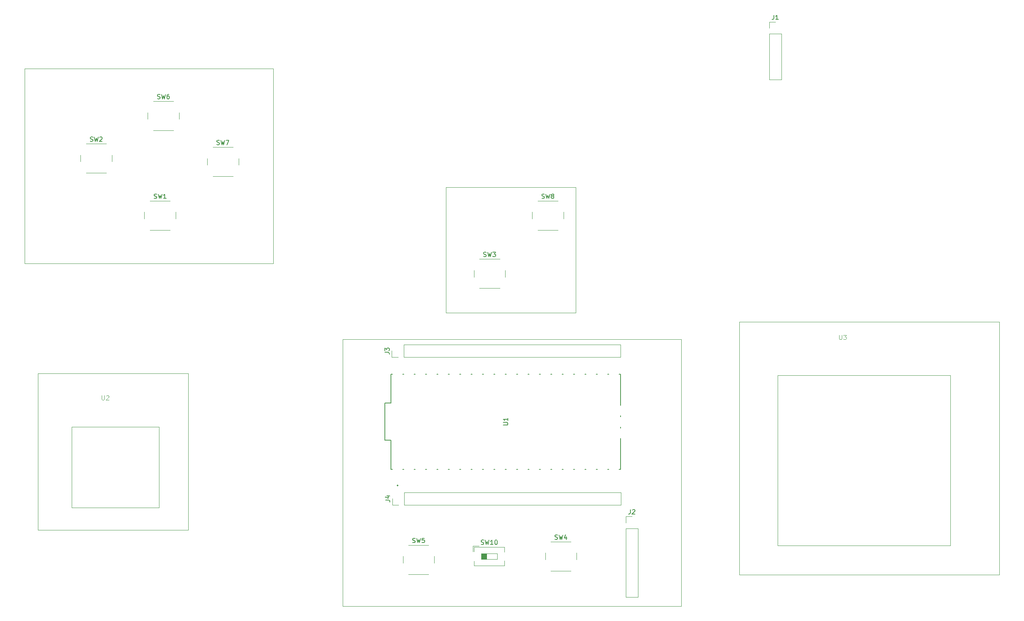
<source format=gbr>
%TF.GenerationSoftware,KiCad,Pcbnew,9.0.1*%
%TF.CreationDate,2025-04-24T14:02:35-07:00*%
%TF.ProjectId,Capstone_1,43617073-746f-46e6-955f-312e6b696361,rev?*%
%TF.SameCoordinates,Original*%
%TF.FileFunction,Legend,Top*%
%TF.FilePolarity,Positive*%
%FSLAX46Y46*%
G04 Gerber Fmt 4.6, Leading zero omitted, Abs format (unit mm)*
G04 Created by KiCad (PCBNEW 9.0.1) date 2025-04-24 14:02:35*
%MOMM*%
%LPD*%
G01*
G04 APERTURE LIST*
%ADD10C,0.150000*%
%ADD11C,0.100000*%
%ADD12C,0.120000*%
%ADD13C,0.152400*%
%TA.AperFunction,Profile*%
%ADD14C,0.050000*%
%TD*%
G04 APERTURE END LIST*
D10*
X131014819Y-135333333D02*
X131729104Y-135333333D01*
X131729104Y-135333333D02*
X131871961Y-135380952D01*
X131871961Y-135380952D02*
X131967200Y-135476190D01*
X131967200Y-135476190D02*
X132014819Y-135619047D01*
X132014819Y-135619047D02*
X132014819Y-135714285D01*
X131348152Y-134428571D02*
X132014819Y-134428571D01*
X130967200Y-134666666D02*
X131681485Y-134904761D01*
X131681485Y-134904761D02*
X131681485Y-134285714D01*
X130894819Y-102333333D02*
X131609104Y-102333333D01*
X131609104Y-102333333D02*
X131751961Y-102380952D01*
X131751961Y-102380952D02*
X131847200Y-102476190D01*
X131847200Y-102476190D02*
X131894819Y-102619047D01*
X131894819Y-102619047D02*
X131894819Y-102714285D01*
X130894819Y-101952380D02*
X130894819Y-101333333D01*
X130894819Y-101333333D02*
X131275771Y-101666666D01*
X131275771Y-101666666D02*
X131275771Y-101523809D01*
X131275771Y-101523809D02*
X131323390Y-101428571D01*
X131323390Y-101428571D02*
X131371009Y-101380952D01*
X131371009Y-101380952D02*
X131466247Y-101333333D01*
X131466247Y-101333333D02*
X131704342Y-101333333D01*
X131704342Y-101333333D02*
X131799580Y-101380952D01*
X131799580Y-101380952D02*
X131847200Y-101428571D01*
X131847200Y-101428571D02*
X131894819Y-101523809D01*
X131894819Y-101523809D02*
X131894819Y-101809523D01*
X131894819Y-101809523D02*
X131847200Y-101904761D01*
X131847200Y-101904761D02*
X131799580Y-101952380D01*
X217666666Y-26994819D02*
X217666666Y-27709104D01*
X217666666Y-27709104D02*
X217619047Y-27851961D01*
X217619047Y-27851961D02*
X217523809Y-27947200D01*
X217523809Y-27947200D02*
X217380952Y-27994819D01*
X217380952Y-27994819D02*
X217285714Y-27994819D01*
X218666666Y-27994819D02*
X218095238Y-27994819D01*
X218380952Y-27994819D02*
X218380952Y-26994819D01*
X218380952Y-26994819D02*
X218285714Y-27137676D01*
X218285714Y-27137676D02*
X218190476Y-27232914D01*
X218190476Y-27232914D02*
X218095238Y-27280533D01*
X185666666Y-137454819D02*
X185666666Y-138169104D01*
X185666666Y-138169104D02*
X185619047Y-138311961D01*
X185619047Y-138311961D02*
X185523809Y-138407200D01*
X185523809Y-138407200D02*
X185380952Y-138454819D01*
X185380952Y-138454819D02*
X185285714Y-138454819D01*
X186095238Y-137550057D02*
X186142857Y-137502438D01*
X186142857Y-137502438D02*
X186238095Y-137454819D01*
X186238095Y-137454819D02*
X186476190Y-137454819D01*
X186476190Y-137454819D02*
X186571428Y-137502438D01*
X186571428Y-137502438D02*
X186619047Y-137550057D01*
X186619047Y-137550057D02*
X186666666Y-137645295D01*
X186666666Y-137645295D02*
X186666666Y-137740533D01*
X186666666Y-137740533D02*
X186619047Y-137883390D01*
X186619047Y-137883390D02*
X186047619Y-138454819D01*
X186047619Y-138454819D02*
X186666666Y-138454819D01*
D11*
X232238095Y-98457419D02*
X232238095Y-99266942D01*
X232238095Y-99266942D02*
X232285714Y-99362180D01*
X232285714Y-99362180D02*
X232333333Y-99409800D01*
X232333333Y-99409800D02*
X232428571Y-99457419D01*
X232428571Y-99457419D02*
X232619047Y-99457419D01*
X232619047Y-99457419D02*
X232714285Y-99409800D01*
X232714285Y-99409800D02*
X232761904Y-99362180D01*
X232761904Y-99362180D02*
X232809523Y-99266942D01*
X232809523Y-99266942D02*
X232809523Y-98457419D01*
X233190476Y-98457419D02*
X233809523Y-98457419D01*
X233809523Y-98457419D02*
X233476190Y-98838371D01*
X233476190Y-98838371D02*
X233619047Y-98838371D01*
X233619047Y-98838371D02*
X233714285Y-98885990D01*
X233714285Y-98885990D02*
X233761904Y-98933609D01*
X233761904Y-98933609D02*
X233809523Y-99028847D01*
X233809523Y-99028847D02*
X233809523Y-99266942D01*
X233809523Y-99266942D02*
X233761904Y-99362180D01*
X233761904Y-99362180D02*
X233714285Y-99409800D01*
X233714285Y-99409800D02*
X233619047Y-99457419D01*
X233619047Y-99457419D02*
X233333333Y-99457419D01*
X233333333Y-99457419D02*
X233238095Y-99409800D01*
X233238095Y-99409800D02*
X233190476Y-99362180D01*
X67738095Y-111957419D02*
X67738095Y-112766942D01*
X67738095Y-112766942D02*
X67785714Y-112862180D01*
X67785714Y-112862180D02*
X67833333Y-112909800D01*
X67833333Y-112909800D02*
X67928571Y-112957419D01*
X67928571Y-112957419D02*
X68119047Y-112957419D01*
X68119047Y-112957419D02*
X68214285Y-112909800D01*
X68214285Y-112909800D02*
X68261904Y-112862180D01*
X68261904Y-112862180D02*
X68309523Y-112766942D01*
X68309523Y-112766942D02*
X68309523Y-111957419D01*
X68738095Y-112052657D02*
X68785714Y-112005038D01*
X68785714Y-112005038D02*
X68880952Y-111957419D01*
X68880952Y-111957419D02*
X69119047Y-111957419D01*
X69119047Y-111957419D02*
X69214285Y-112005038D01*
X69214285Y-112005038D02*
X69261904Y-112052657D01*
X69261904Y-112052657D02*
X69309523Y-112147895D01*
X69309523Y-112147895D02*
X69309523Y-112243133D01*
X69309523Y-112243133D02*
X69261904Y-112385990D01*
X69261904Y-112385990D02*
X68690476Y-112957419D01*
X68690476Y-112957419D02*
X69309523Y-112957419D01*
D10*
X80166667Y-45657200D02*
X80309524Y-45704819D01*
X80309524Y-45704819D02*
X80547619Y-45704819D01*
X80547619Y-45704819D02*
X80642857Y-45657200D01*
X80642857Y-45657200D02*
X80690476Y-45609580D01*
X80690476Y-45609580D02*
X80738095Y-45514342D01*
X80738095Y-45514342D02*
X80738095Y-45419104D01*
X80738095Y-45419104D02*
X80690476Y-45323866D01*
X80690476Y-45323866D02*
X80642857Y-45276247D01*
X80642857Y-45276247D02*
X80547619Y-45228628D01*
X80547619Y-45228628D02*
X80357143Y-45181009D01*
X80357143Y-45181009D02*
X80261905Y-45133390D01*
X80261905Y-45133390D02*
X80214286Y-45085771D01*
X80214286Y-45085771D02*
X80166667Y-44990533D01*
X80166667Y-44990533D02*
X80166667Y-44895295D01*
X80166667Y-44895295D02*
X80214286Y-44800057D01*
X80214286Y-44800057D02*
X80261905Y-44752438D01*
X80261905Y-44752438D02*
X80357143Y-44704819D01*
X80357143Y-44704819D02*
X80595238Y-44704819D01*
X80595238Y-44704819D02*
X80738095Y-44752438D01*
X81071429Y-44704819D02*
X81309524Y-45704819D01*
X81309524Y-45704819D02*
X81500000Y-44990533D01*
X81500000Y-44990533D02*
X81690476Y-45704819D01*
X81690476Y-45704819D02*
X81928572Y-44704819D01*
X82738095Y-44704819D02*
X82547619Y-44704819D01*
X82547619Y-44704819D02*
X82452381Y-44752438D01*
X82452381Y-44752438D02*
X82404762Y-44800057D01*
X82404762Y-44800057D02*
X82309524Y-44942914D01*
X82309524Y-44942914D02*
X82261905Y-45133390D01*
X82261905Y-45133390D02*
X82261905Y-45514342D01*
X82261905Y-45514342D02*
X82309524Y-45609580D01*
X82309524Y-45609580D02*
X82357143Y-45657200D01*
X82357143Y-45657200D02*
X82452381Y-45704819D01*
X82452381Y-45704819D02*
X82642857Y-45704819D01*
X82642857Y-45704819D02*
X82738095Y-45657200D01*
X82738095Y-45657200D02*
X82785714Y-45609580D01*
X82785714Y-45609580D02*
X82833333Y-45514342D01*
X82833333Y-45514342D02*
X82833333Y-45276247D01*
X82833333Y-45276247D02*
X82785714Y-45181009D01*
X82785714Y-45181009D02*
X82738095Y-45133390D01*
X82738095Y-45133390D02*
X82642857Y-45085771D01*
X82642857Y-45085771D02*
X82452381Y-45085771D01*
X82452381Y-45085771D02*
X82357143Y-45133390D01*
X82357143Y-45133390D02*
X82309524Y-45181009D01*
X82309524Y-45181009D02*
X82261905Y-45276247D01*
X165916667Y-67907200D02*
X166059524Y-67954819D01*
X166059524Y-67954819D02*
X166297619Y-67954819D01*
X166297619Y-67954819D02*
X166392857Y-67907200D01*
X166392857Y-67907200D02*
X166440476Y-67859580D01*
X166440476Y-67859580D02*
X166488095Y-67764342D01*
X166488095Y-67764342D02*
X166488095Y-67669104D01*
X166488095Y-67669104D02*
X166440476Y-67573866D01*
X166440476Y-67573866D02*
X166392857Y-67526247D01*
X166392857Y-67526247D02*
X166297619Y-67478628D01*
X166297619Y-67478628D02*
X166107143Y-67431009D01*
X166107143Y-67431009D02*
X166011905Y-67383390D01*
X166011905Y-67383390D02*
X165964286Y-67335771D01*
X165964286Y-67335771D02*
X165916667Y-67240533D01*
X165916667Y-67240533D02*
X165916667Y-67145295D01*
X165916667Y-67145295D02*
X165964286Y-67050057D01*
X165964286Y-67050057D02*
X166011905Y-67002438D01*
X166011905Y-67002438D02*
X166107143Y-66954819D01*
X166107143Y-66954819D02*
X166345238Y-66954819D01*
X166345238Y-66954819D02*
X166488095Y-67002438D01*
X166821429Y-66954819D02*
X167059524Y-67954819D01*
X167059524Y-67954819D02*
X167250000Y-67240533D01*
X167250000Y-67240533D02*
X167440476Y-67954819D01*
X167440476Y-67954819D02*
X167678572Y-66954819D01*
X168202381Y-67383390D02*
X168107143Y-67335771D01*
X168107143Y-67335771D02*
X168059524Y-67288152D01*
X168059524Y-67288152D02*
X168011905Y-67192914D01*
X168011905Y-67192914D02*
X168011905Y-67145295D01*
X168011905Y-67145295D02*
X168059524Y-67050057D01*
X168059524Y-67050057D02*
X168107143Y-67002438D01*
X168107143Y-67002438D02*
X168202381Y-66954819D01*
X168202381Y-66954819D02*
X168392857Y-66954819D01*
X168392857Y-66954819D02*
X168488095Y-67002438D01*
X168488095Y-67002438D02*
X168535714Y-67050057D01*
X168535714Y-67050057D02*
X168583333Y-67145295D01*
X168583333Y-67145295D02*
X168583333Y-67192914D01*
X168583333Y-67192914D02*
X168535714Y-67288152D01*
X168535714Y-67288152D02*
X168488095Y-67335771D01*
X168488095Y-67335771D02*
X168392857Y-67383390D01*
X168392857Y-67383390D02*
X168202381Y-67383390D01*
X168202381Y-67383390D02*
X168107143Y-67431009D01*
X168107143Y-67431009D02*
X168059524Y-67478628D01*
X168059524Y-67478628D02*
X168011905Y-67573866D01*
X168011905Y-67573866D02*
X168011905Y-67764342D01*
X168011905Y-67764342D02*
X168059524Y-67859580D01*
X168059524Y-67859580D02*
X168107143Y-67907200D01*
X168107143Y-67907200D02*
X168202381Y-67954819D01*
X168202381Y-67954819D02*
X168392857Y-67954819D01*
X168392857Y-67954819D02*
X168488095Y-67907200D01*
X168488095Y-67907200D02*
X168535714Y-67859580D01*
X168535714Y-67859580D02*
X168583333Y-67764342D01*
X168583333Y-67764342D02*
X168583333Y-67573866D01*
X168583333Y-67573866D02*
X168535714Y-67478628D01*
X168535714Y-67478628D02*
X168488095Y-67431009D01*
X168488095Y-67431009D02*
X168392857Y-67383390D01*
X79416667Y-67907200D02*
X79559524Y-67954819D01*
X79559524Y-67954819D02*
X79797619Y-67954819D01*
X79797619Y-67954819D02*
X79892857Y-67907200D01*
X79892857Y-67907200D02*
X79940476Y-67859580D01*
X79940476Y-67859580D02*
X79988095Y-67764342D01*
X79988095Y-67764342D02*
X79988095Y-67669104D01*
X79988095Y-67669104D02*
X79940476Y-67573866D01*
X79940476Y-67573866D02*
X79892857Y-67526247D01*
X79892857Y-67526247D02*
X79797619Y-67478628D01*
X79797619Y-67478628D02*
X79607143Y-67431009D01*
X79607143Y-67431009D02*
X79511905Y-67383390D01*
X79511905Y-67383390D02*
X79464286Y-67335771D01*
X79464286Y-67335771D02*
X79416667Y-67240533D01*
X79416667Y-67240533D02*
X79416667Y-67145295D01*
X79416667Y-67145295D02*
X79464286Y-67050057D01*
X79464286Y-67050057D02*
X79511905Y-67002438D01*
X79511905Y-67002438D02*
X79607143Y-66954819D01*
X79607143Y-66954819D02*
X79845238Y-66954819D01*
X79845238Y-66954819D02*
X79988095Y-67002438D01*
X80321429Y-66954819D02*
X80559524Y-67954819D01*
X80559524Y-67954819D02*
X80750000Y-67240533D01*
X80750000Y-67240533D02*
X80940476Y-67954819D01*
X80940476Y-67954819D02*
X81178572Y-66954819D01*
X82083333Y-67954819D02*
X81511905Y-67954819D01*
X81797619Y-67954819D02*
X81797619Y-66954819D01*
X81797619Y-66954819D02*
X81702381Y-67097676D01*
X81702381Y-67097676D02*
X81607143Y-67192914D01*
X81607143Y-67192914D02*
X81511905Y-67240533D01*
X93416667Y-55907200D02*
X93559524Y-55954819D01*
X93559524Y-55954819D02*
X93797619Y-55954819D01*
X93797619Y-55954819D02*
X93892857Y-55907200D01*
X93892857Y-55907200D02*
X93940476Y-55859580D01*
X93940476Y-55859580D02*
X93988095Y-55764342D01*
X93988095Y-55764342D02*
X93988095Y-55669104D01*
X93988095Y-55669104D02*
X93940476Y-55573866D01*
X93940476Y-55573866D02*
X93892857Y-55526247D01*
X93892857Y-55526247D02*
X93797619Y-55478628D01*
X93797619Y-55478628D02*
X93607143Y-55431009D01*
X93607143Y-55431009D02*
X93511905Y-55383390D01*
X93511905Y-55383390D02*
X93464286Y-55335771D01*
X93464286Y-55335771D02*
X93416667Y-55240533D01*
X93416667Y-55240533D02*
X93416667Y-55145295D01*
X93416667Y-55145295D02*
X93464286Y-55050057D01*
X93464286Y-55050057D02*
X93511905Y-55002438D01*
X93511905Y-55002438D02*
X93607143Y-54954819D01*
X93607143Y-54954819D02*
X93845238Y-54954819D01*
X93845238Y-54954819D02*
X93988095Y-55002438D01*
X94321429Y-54954819D02*
X94559524Y-55954819D01*
X94559524Y-55954819D02*
X94750000Y-55240533D01*
X94750000Y-55240533D02*
X94940476Y-55954819D01*
X94940476Y-55954819D02*
X95178572Y-54954819D01*
X95464286Y-54954819D02*
X96130952Y-54954819D01*
X96130952Y-54954819D02*
X95702381Y-55954819D01*
X152916667Y-80907200D02*
X153059524Y-80954819D01*
X153059524Y-80954819D02*
X153297619Y-80954819D01*
X153297619Y-80954819D02*
X153392857Y-80907200D01*
X153392857Y-80907200D02*
X153440476Y-80859580D01*
X153440476Y-80859580D02*
X153488095Y-80764342D01*
X153488095Y-80764342D02*
X153488095Y-80669104D01*
X153488095Y-80669104D02*
X153440476Y-80573866D01*
X153440476Y-80573866D02*
X153392857Y-80526247D01*
X153392857Y-80526247D02*
X153297619Y-80478628D01*
X153297619Y-80478628D02*
X153107143Y-80431009D01*
X153107143Y-80431009D02*
X153011905Y-80383390D01*
X153011905Y-80383390D02*
X152964286Y-80335771D01*
X152964286Y-80335771D02*
X152916667Y-80240533D01*
X152916667Y-80240533D02*
X152916667Y-80145295D01*
X152916667Y-80145295D02*
X152964286Y-80050057D01*
X152964286Y-80050057D02*
X153011905Y-80002438D01*
X153011905Y-80002438D02*
X153107143Y-79954819D01*
X153107143Y-79954819D02*
X153345238Y-79954819D01*
X153345238Y-79954819D02*
X153488095Y-80002438D01*
X153821429Y-79954819D02*
X154059524Y-80954819D01*
X154059524Y-80954819D02*
X154250000Y-80240533D01*
X154250000Y-80240533D02*
X154440476Y-80954819D01*
X154440476Y-80954819D02*
X154678572Y-79954819D01*
X154964286Y-79954819D02*
X155583333Y-79954819D01*
X155583333Y-79954819D02*
X155250000Y-80335771D01*
X155250000Y-80335771D02*
X155392857Y-80335771D01*
X155392857Y-80335771D02*
X155488095Y-80383390D01*
X155488095Y-80383390D02*
X155535714Y-80431009D01*
X155535714Y-80431009D02*
X155583333Y-80526247D01*
X155583333Y-80526247D02*
X155583333Y-80764342D01*
X155583333Y-80764342D02*
X155535714Y-80859580D01*
X155535714Y-80859580D02*
X155488095Y-80907200D01*
X155488095Y-80907200D02*
X155392857Y-80954819D01*
X155392857Y-80954819D02*
X155107143Y-80954819D01*
X155107143Y-80954819D02*
X155011905Y-80907200D01*
X155011905Y-80907200D02*
X154964286Y-80859580D01*
X152355476Y-145189900D02*
X152498333Y-145237519D01*
X152498333Y-145237519D02*
X152736428Y-145237519D01*
X152736428Y-145237519D02*
X152831666Y-145189900D01*
X152831666Y-145189900D02*
X152879285Y-145142280D01*
X152879285Y-145142280D02*
X152926904Y-145047042D01*
X152926904Y-145047042D02*
X152926904Y-144951804D01*
X152926904Y-144951804D02*
X152879285Y-144856566D01*
X152879285Y-144856566D02*
X152831666Y-144808947D01*
X152831666Y-144808947D02*
X152736428Y-144761328D01*
X152736428Y-144761328D02*
X152545952Y-144713709D01*
X152545952Y-144713709D02*
X152450714Y-144666090D01*
X152450714Y-144666090D02*
X152403095Y-144618471D01*
X152403095Y-144618471D02*
X152355476Y-144523233D01*
X152355476Y-144523233D02*
X152355476Y-144427995D01*
X152355476Y-144427995D02*
X152403095Y-144332757D01*
X152403095Y-144332757D02*
X152450714Y-144285138D01*
X152450714Y-144285138D02*
X152545952Y-144237519D01*
X152545952Y-144237519D02*
X152784047Y-144237519D01*
X152784047Y-144237519D02*
X152926904Y-144285138D01*
X153260238Y-144237519D02*
X153498333Y-145237519D01*
X153498333Y-145237519D02*
X153688809Y-144523233D01*
X153688809Y-144523233D02*
X153879285Y-145237519D01*
X153879285Y-145237519D02*
X154117381Y-144237519D01*
X155022142Y-145237519D02*
X154450714Y-145237519D01*
X154736428Y-145237519D02*
X154736428Y-144237519D01*
X154736428Y-144237519D02*
X154641190Y-144380376D01*
X154641190Y-144380376D02*
X154545952Y-144475614D01*
X154545952Y-144475614D02*
X154450714Y-144523233D01*
X155641190Y-144237519D02*
X155736428Y-144237519D01*
X155736428Y-144237519D02*
X155831666Y-144285138D01*
X155831666Y-144285138D02*
X155879285Y-144332757D01*
X155879285Y-144332757D02*
X155926904Y-144427995D01*
X155926904Y-144427995D02*
X155974523Y-144618471D01*
X155974523Y-144618471D02*
X155974523Y-144856566D01*
X155974523Y-144856566D02*
X155926904Y-145047042D01*
X155926904Y-145047042D02*
X155879285Y-145142280D01*
X155879285Y-145142280D02*
X155831666Y-145189900D01*
X155831666Y-145189900D02*
X155736428Y-145237519D01*
X155736428Y-145237519D02*
X155641190Y-145237519D01*
X155641190Y-145237519D02*
X155545952Y-145189900D01*
X155545952Y-145189900D02*
X155498333Y-145142280D01*
X155498333Y-145142280D02*
X155450714Y-145047042D01*
X155450714Y-145047042D02*
X155403095Y-144856566D01*
X155403095Y-144856566D02*
X155403095Y-144618471D01*
X155403095Y-144618471D02*
X155450714Y-144427995D01*
X155450714Y-144427995D02*
X155498333Y-144332757D01*
X155498333Y-144332757D02*
X155545952Y-144285138D01*
X155545952Y-144285138D02*
X155641190Y-144237519D01*
X157304819Y-118571804D02*
X158114342Y-118571804D01*
X158114342Y-118571804D02*
X158209580Y-118524185D01*
X158209580Y-118524185D02*
X158257200Y-118476566D01*
X158257200Y-118476566D02*
X158304819Y-118381328D01*
X158304819Y-118381328D02*
X158304819Y-118190852D01*
X158304819Y-118190852D02*
X158257200Y-118095614D01*
X158257200Y-118095614D02*
X158209580Y-118047995D01*
X158209580Y-118047995D02*
X158114342Y-118000376D01*
X158114342Y-118000376D02*
X157304819Y-118000376D01*
X158304819Y-117000376D02*
X158304819Y-117571804D01*
X158304819Y-117286090D02*
X157304819Y-117286090D01*
X157304819Y-117286090D02*
X157447676Y-117381328D01*
X157447676Y-117381328D02*
X157542914Y-117476566D01*
X157542914Y-117476566D02*
X157590533Y-117571804D01*
X137076667Y-144787400D02*
X137219524Y-144835019D01*
X137219524Y-144835019D02*
X137457619Y-144835019D01*
X137457619Y-144835019D02*
X137552857Y-144787400D01*
X137552857Y-144787400D02*
X137600476Y-144739780D01*
X137600476Y-144739780D02*
X137648095Y-144644542D01*
X137648095Y-144644542D02*
X137648095Y-144549304D01*
X137648095Y-144549304D02*
X137600476Y-144454066D01*
X137600476Y-144454066D02*
X137552857Y-144406447D01*
X137552857Y-144406447D02*
X137457619Y-144358828D01*
X137457619Y-144358828D02*
X137267143Y-144311209D01*
X137267143Y-144311209D02*
X137171905Y-144263590D01*
X137171905Y-144263590D02*
X137124286Y-144215971D01*
X137124286Y-144215971D02*
X137076667Y-144120733D01*
X137076667Y-144120733D02*
X137076667Y-144025495D01*
X137076667Y-144025495D02*
X137124286Y-143930257D01*
X137124286Y-143930257D02*
X137171905Y-143882638D01*
X137171905Y-143882638D02*
X137267143Y-143835019D01*
X137267143Y-143835019D02*
X137505238Y-143835019D01*
X137505238Y-143835019D02*
X137648095Y-143882638D01*
X137981429Y-143835019D02*
X138219524Y-144835019D01*
X138219524Y-144835019D02*
X138410000Y-144120733D01*
X138410000Y-144120733D02*
X138600476Y-144835019D01*
X138600476Y-144835019D02*
X138838572Y-143835019D01*
X139695714Y-143835019D02*
X139219524Y-143835019D01*
X139219524Y-143835019D02*
X139171905Y-144311209D01*
X139171905Y-144311209D02*
X139219524Y-144263590D01*
X139219524Y-144263590D02*
X139314762Y-144215971D01*
X139314762Y-144215971D02*
X139552857Y-144215971D01*
X139552857Y-144215971D02*
X139648095Y-144263590D01*
X139648095Y-144263590D02*
X139695714Y-144311209D01*
X139695714Y-144311209D02*
X139743333Y-144406447D01*
X139743333Y-144406447D02*
X139743333Y-144644542D01*
X139743333Y-144644542D02*
X139695714Y-144739780D01*
X139695714Y-144739780D02*
X139648095Y-144787400D01*
X139648095Y-144787400D02*
X139552857Y-144835019D01*
X139552857Y-144835019D02*
X139314762Y-144835019D01*
X139314762Y-144835019D02*
X139219524Y-144787400D01*
X139219524Y-144787400D02*
X139171905Y-144739780D01*
X65166667Y-55157200D02*
X65309524Y-55204819D01*
X65309524Y-55204819D02*
X65547619Y-55204819D01*
X65547619Y-55204819D02*
X65642857Y-55157200D01*
X65642857Y-55157200D02*
X65690476Y-55109580D01*
X65690476Y-55109580D02*
X65738095Y-55014342D01*
X65738095Y-55014342D02*
X65738095Y-54919104D01*
X65738095Y-54919104D02*
X65690476Y-54823866D01*
X65690476Y-54823866D02*
X65642857Y-54776247D01*
X65642857Y-54776247D02*
X65547619Y-54728628D01*
X65547619Y-54728628D02*
X65357143Y-54681009D01*
X65357143Y-54681009D02*
X65261905Y-54633390D01*
X65261905Y-54633390D02*
X65214286Y-54585771D01*
X65214286Y-54585771D02*
X65166667Y-54490533D01*
X65166667Y-54490533D02*
X65166667Y-54395295D01*
X65166667Y-54395295D02*
X65214286Y-54300057D01*
X65214286Y-54300057D02*
X65261905Y-54252438D01*
X65261905Y-54252438D02*
X65357143Y-54204819D01*
X65357143Y-54204819D02*
X65595238Y-54204819D01*
X65595238Y-54204819D02*
X65738095Y-54252438D01*
X66071429Y-54204819D02*
X66309524Y-55204819D01*
X66309524Y-55204819D02*
X66500000Y-54490533D01*
X66500000Y-54490533D02*
X66690476Y-55204819D01*
X66690476Y-55204819D02*
X66928572Y-54204819D01*
X67261905Y-54300057D02*
X67309524Y-54252438D01*
X67309524Y-54252438D02*
X67404762Y-54204819D01*
X67404762Y-54204819D02*
X67642857Y-54204819D01*
X67642857Y-54204819D02*
X67738095Y-54252438D01*
X67738095Y-54252438D02*
X67785714Y-54300057D01*
X67785714Y-54300057D02*
X67833333Y-54395295D01*
X67833333Y-54395295D02*
X67833333Y-54490533D01*
X67833333Y-54490533D02*
X67785714Y-54633390D01*
X67785714Y-54633390D02*
X67214286Y-55204819D01*
X67214286Y-55204819D02*
X67833333Y-55204819D01*
X168826667Y-144037400D02*
X168969524Y-144085019D01*
X168969524Y-144085019D02*
X169207619Y-144085019D01*
X169207619Y-144085019D02*
X169302857Y-144037400D01*
X169302857Y-144037400D02*
X169350476Y-143989780D01*
X169350476Y-143989780D02*
X169398095Y-143894542D01*
X169398095Y-143894542D02*
X169398095Y-143799304D01*
X169398095Y-143799304D02*
X169350476Y-143704066D01*
X169350476Y-143704066D02*
X169302857Y-143656447D01*
X169302857Y-143656447D02*
X169207619Y-143608828D01*
X169207619Y-143608828D02*
X169017143Y-143561209D01*
X169017143Y-143561209D02*
X168921905Y-143513590D01*
X168921905Y-143513590D02*
X168874286Y-143465971D01*
X168874286Y-143465971D02*
X168826667Y-143370733D01*
X168826667Y-143370733D02*
X168826667Y-143275495D01*
X168826667Y-143275495D02*
X168874286Y-143180257D01*
X168874286Y-143180257D02*
X168921905Y-143132638D01*
X168921905Y-143132638D02*
X169017143Y-143085019D01*
X169017143Y-143085019D02*
X169255238Y-143085019D01*
X169255238Y-143085019D02*
X169398095Y-143132638D01*
X169731429Y-143085019D02*
X169969524Y-144085019D01*
X169969524Y-144085019D02*
X170160000Y-143370733D01*
X170160000Y-143370733D02*
X170350476Y-144085019D01*
X170350476Y-144085019D02*
X170588572Y-143085019D01*
X171398095Y-143418352D02*
X171398095Y-144085019D01*
X171160000Y-143037400D02*
X170921905Y-143751685D01*
X170921905Y-143751685D02*
X171540952Y-143751685D01*
D12*
%TO.C,J4*%
X132560000Y-136380000D02*
X132560000Y-135000000D01*
X133940000Y-136380000D02*
X132560000Y-136380000D01*
X135210000Y-136380000D02*
X183580000Y-136380000D01*
X135210000Y-136380000D02*
X135210000Y-133620000D01*
X183580000Y-136380000D02*
X183580000Y-133620000D01*
X135210000Y-133620000D02*
X183580000Y-133620000D01*
%TO.C,J3*%
X132440000Y-103380000D02*
X132440000Y-102000000D01*
X133820000Y-103380000D02*
X132440000Y-103380000D01*
X135090000Y-103380000D02*
X183460000Y-103380000D01*
X135090000Y-103380000D02*
X135090000Y-100620000D01*
X183460000Y-103380000D02*
X183460000Y-100620000D01*
X135090000Y-100620000D02*
X183460000Y-100620000D01*
%TO.C,J1*%
X216620000Y-28540000D02*
X218000000Y-28540000D01*
X216620000Y-29920000D02*
X216620000Y-28540000D01*
X216620000Y-31190000D02*
X216620000Y-41460000D01*
X216620000Y-31190000D02*
X219380000Y-31190000D01*
X216620000Y-41460000D02*
X219380000Y-41460000D01*
X219380000Y-31190000D02*
X219380000Y-41460000D01*
%TO.C,J2*%
X184620000Y-139000000D02*
X186000000Y-139000000D01*
X184620000Y-140380000D02*
X184620000Y-139000000D01*
X184620000Y-141650000D02*
X184620000Y-157000000D01*
X184620000Y-141650000D02*
X187380000Y-141650000D01*
X184620000Y-157000000D02*
X187380000Y-157000000D01*
X187380000Y-141650000D02*
X187380000Y-157000000D01*
%TO.C,U3*%
D11*
X218500000Y-107500000D02*
X257000000Y-107500000D01*
X257000000Y-145500000D01*
X218500000Y-145500000D01*
X218500000Y-107500000D01*
%TO.C,U2*%
X61000000Y-119000000D02*
X80500000Y-119000000D01*
X80500000Y-137000000D01*
X61000000Y-137000000D01*
X61000000Y-119000000D01*
D12*
%TO.C,SW6*%
X78000000Y-48750000D02*
X78000000Y-50250000D01*
X79250000Y-52750000D02*
X83750000Y-52750000D01*
X83750000Y-46250000D02*
X79250000Y-46250000D01*
X85000000Y-50250000D02*
X85000000Y-48750000D01*
%TO.C,SW8*%
X163750000Y-71000000D02*
X163750000Y-72500000D01*
X165000000Y-75000000D02*
X169500000Y-75000000D01*
X169500000Y-68500000D02*
X165000000Y-68500000D01*
X170750000Y-72500000D02*
X170750000Y-71000000D01*
%TO.C,SW1*%
X77250000Y-71000000D02*
X77250000Y-72500000D01*
X78500000Y-75000000D02*
X83000000Y-75000000D01*
X83000000Y-68500000D02*
X78500000Y-68500000D01*
X84250000Y-72500000D02*
X84250000Y-71000000D01*
%TO.C,SW7*%
X91250000Y-59000000D02*
X91250000Y-60500000D01*
X92500000Y-63000000D02*
X97000000Y-63000000D01*
X97000000Y-56500000D02*
X92500000Y-56500000D01*
X98250000Y-60500000D02*
X98250000Y-59000000D01*
%TO.C,SW3*%
X150750000Y-84000000D02*
X150750000Y-85500000D01*
X152000000Y-88000000D02*
X156500000Y-88000000D01*
X156500000Y-81500000D02*
X152000000Y-81500000D01*
X157750000Y-85500000D02*
X157750000Y-84000000D01*
%TO.C,SW10*%
X150515000Y-145542700D02*
X150515000Y-146852700D01*
X150515000Y-145542700D02*
X151898000Y-145542700D01*
X150755000Y-145782700D02*
X150755000Y-146852700D01*
X150755000Y-145782700D02*
X157575000Y-145782700D01*
X150755000Y-148932700D02*
X150755000Y-150002700D01*
X150755000Y-150002700D02*
X157575000Y-150002700D01*
X153561667Y-147257700D02*
X153561667Y-148527700D01*
X157575000Y-145782700D02*
X157575000Y-146932700D01*
X157575000Y-148852700D02*
X157575000Y-150002700D01*
X152355000Y-147257700D02*
X153561667Y-147257700D01*
X153561667Y-148527700D01*
X152355000Y-148527700D01*
X152355000Y-147257700D01*
G36*
X152355000Y-147257700D02*
G01*
X153561667Y-147257700D01*
X153561667Y-148527700D01*
X152355000Y-148527700D01*
X152355000Y-147257700D01*
G37*
X152355000Y-147257700D02*
X155975000Y-147257700D01*
X155975000Y-148527700D01*
X152355000Y-148527700D01*
X152355000Y-147257700D01*
D13*
%TO.C,U1*%
X130926000Y-113682400D02*
X132221400Y-113682400D01*
X130926000Y-121937400D02*
X130926000Y-113682400D01*
X132221400Y-107180000D02*
X132587160Y-107180000D01*
X132221400Y-113682400D02*
X132221400Y-107180000D01*
X132221400Y-121937400D02*
X130926000Y-121937400D01*
X132221400Y-128439800D02*
X132221400Y-121937400D01*
X132587160Y-128439800D02*
X132221400Y-128439800D01*
X134852840Y-107180000D02*
X135127160Y-107180000D01*
X135127160Y-128439800D02*
X134852840Y-128439800D01*
X137392840Y-107180000D02*
X137667160Y-107180000D01*
X137667160Y-128439800D02*
X137392840Y-128439800D01*
X139932840Y-107180000D02*
X140207160Y-107180000D01*
X140207160Y-128439800D02*
X139932840Y-128439800D01*
X142472840Y-107180000D02*
X142747160Y-107180000D01*
X142747160Y-128439800D02*
X142472840Y-128439800D01*
X145012840Y-107180000D02*
X145287160Y-107180000D01*
X145287160Y-128439800D02*
X145012840Y-128439800D01*
X147552840Y-107180000D02*
X147827160Y-107180000D01*
X147827160Y-128439800D02*
X147552840Y-128439800D01*
X150092840Y-107180000D02*
X150367160Y-107180000D01*
X150367160Y-128439800D02*
X150092840Y-128439800D01*
X152632840Y-107180000D02*
X152907160Y-107180000D01*
X152907160Y-128439800D02*
X152632840Y-128439800D01*
X155172840Y-107180000D02*
X155447160Y-107180000D01*
X155447160Y-128439800D02*
X155172840Y-128439800D01*
X157712840Y-107180000D02*
X157987160Y-107180000D01*
X157987160Y-128439800D02*
X157712840Y-128439800D01*
X160252840Y-107180000D02*
X160527160Y-107180000D01*
X160527160Y-128439800D02*
X160252840Y-128439800D01*
X162792840Y-107180000D02*
X163067160Y-107180000D01*
X163067160Y-128439800D02*
X162792840Y-128439800D01*
X165332840Y-107180000D02*
X165607160Y-107180000D01*
X165607160Y-128439800D02*
X165332840Y-128439800D01*
X167872840Y-107180000D02*
X168147160Y-107180000D01*
X168147160Y-128439800D02*
X167872840Y-128439800D01*
X170412840Y-107180000D02*
X170687160Y-107180000D01*
X170687160Y-128439800D02*
X170412840Y-128439800D01*
X172952840Y-107180000D02*
X173227160Y-107180000D01*
X173227160Y-128439800D02*
X172952840Y-128439800D01*
X175492840Y-107180000D02*
X175767160Y-107180000D01*
X175767160Y-128439800D02*
X175492840Y-128439800D01*
X178032840Y-107180000D02*
X178307160Y-107180000D01*
X178307160Y-128439800D02*
X178032840Y-128439800D01*
X180572840Y-107180000D02*
X180847160Y-107180000D01*
X180847160Y-128439800D02*
X180572840Y-128439800D01*
X183112840Y-107180000D02*
X183478600Y-107180000D01*
X183478600Y-107180000D02*
X183478600Y-114137060D01*
X183478600Y-116402740D02*
X183478600Y-116677060D01*
X183478600Y-118942740D02*
X183478600Y-119217060D01*
X183478600Y-121482740D02*
X183478600Y-128439800D01*
X183478600Y-128439800D02*
X183112840Y-128439800D01*
X133847000Y-132072000D02*
G75*
G02*
X133593000Y-132072000I-127000J0D01*
G01*
X133593000Y-132072000D02*
G75*
G02*
X133847000Y-132072000I127000J0D01*
G01*
D12*
%TO.C,SW5*%
X134910000Y-147880200D02*
X134910000Y-149380200D01*
X136160000Y-151880200D02*
X140660000Y-151880200D01*
X140660000Y-145380200D02*
X136160000Y-145380200D01*
X141910000Y-149380200D02*
X141910000Y-147880200D01*
%TO.C,SW2*%
X63000000Y-58250000D02*
X63000000Y-59750000D01*
X64250000Y-62250000D02*
X68750000Y-62250000D01*
X68750000Y-55750000D02*
X64250000Y-55750000D01*
X70000000Y-59750000D02*
X70000000Y-58250000D01*
%TO.C,SW4*%
X166660000Y-147130200D02*
X166660000Y-148630200D01*
X167910000Y-151130200D02*
X172410000Y-151130200D01*
X172410000Y-144630200D02*
X167910000Y-144630200D01*
X173660000Y-148630200D02*
X173660000Y-147130200D01*
%TD*%
D14*
X210000000Y-95500000D02*
X268000000Y-95500000D01*
X268000000Y-152000000D01*
X210000000Y-152000000D01*
X210000000Y-95500000D01*
X53500000Y-107000000D02*
X87000000Y-107000000D01*
X87000000Y-142000000D01*
X53500000Y-142000000D01*
X53500000Y-107000000D01*
X144500000Y-65500000D02*
X173500000Y-65500000D01*
X173500000Y-93500000D01*
X144500000Y-93500000D01*
X144500000Y-65500000D01*
X50500000Y-39000000D02*
X106000000Y-39000000D01*
X106000000Y-82500000D01*
X50500000Y-82500000D01*
X50500000Y-39000000D01*
X121500000Y-99380200D02*
X197000000Y-99380200D01*
X197000000Y-159000000D01*
X121500000Y-159000000D01*
X121500000Y-99380200D01*
M02*

</source>
